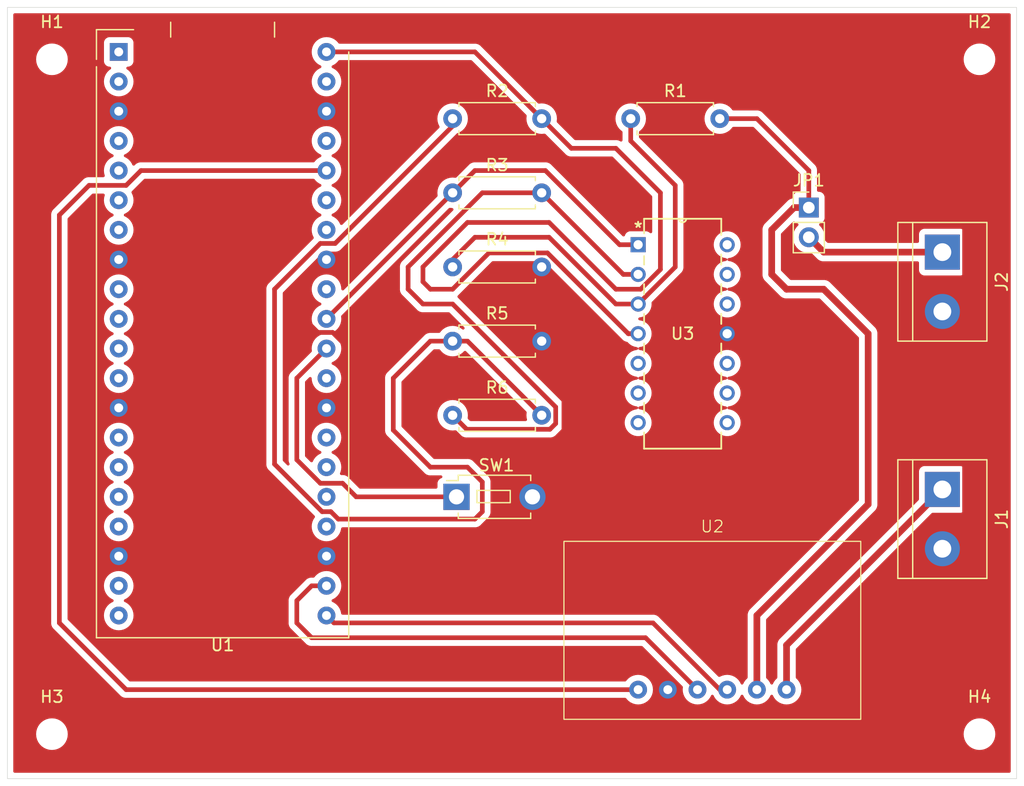
<source format=kicad_pcb>
(kicad_pcb (version 20240108) (generator "pcbnew") (generator_version "8.0")
  (title_block (title "Rpi Pico Wattmeter") (date "2024-02-27") (rev "v2") (company "UNSAAC") (comment 2 "creativecommons.org/licenses/by/4.0/") (comment 3 "License: CC BY 4.0") (comment 4 "Author: Hanan Ronaldo Quispe Condori"))
  (layers (0 "F.Cu" signal) (31 "B.Cu" signal) (34 "B.Paste" user) (35 "F.Paste" user) (36 "B.SilkS" user "B.Silkscreen") (37 "F.SilkS" user "F.Silkscreen") (38 "B.Mask" user) (39 "F.Mask" user) (44 "Edge.Cuts" user))
  (net 0 "")
  (net 1 "/VIN+")
  (net 2 "GND")
  (net 3 "Net-(J2-Pin_1)")
  (net 4 "/VIN-")
  (net 5 "Net-(U3-1IN+)")
  (net 6 "Net-(R2-Pad1)")
  (net 7 "VBUS")
  (net 8 "/GPIO26")
  (net 9 "Net-(U3-1IN-)")
  (net 10 "/RUN")
  (net 27 "/GPIO16")
  (net 28 "/GPIO17")
  (net 37 "+3V3")
  (footprint "ina219:ina219" (layer "F.Cu") (at 160.862943 114.935)
    (property "Reference" "U2" (at 0 -10.16 0) (layer "F.SilkS") (effects (font (thickness 0.1))))
    (property "Value" "LM219")
    (fp_rect (start -12.7 -8.89) (end 12.7 6.35) (stroke (width 0.1)) (fill none) (layer "F.SilkS"))
    (pad "1" thru_hole circle (at -6.35 3.81) (size 1.524 1.524) (drill 0.762) (layers "*.Cu" "*.Mask") (net 37 "+3V3"))
    (pad "2" thru_hole circle (at -3.81 3.81) (size 1.524 1.524) (drill 0.762) (layers "*.Cu" "*.Mask") (net 2 "GND"))
    (pad "3" thru_hole circle (at -1.27 3.81) (size 1.524 1.524) (drill 0.762) (layers "*.Cu" "*.Mask") (net 28 "/GPIO17"))
    (pad "4" thru_hole circle (at 1.27 3.81) (size 1.524 1.524) (drill 0.762) (layers "*.Cu" "*.Mask") (net 27 "/GPIO16"))
    (pad "5" thru_hole circle (at 3.81 3.81) (size 1.524 1.524) (drill 0.762) (layers "*.Cu" "*.Mask") (net 4 "/VIN-"))
    (pad "6" thru_hole circle (at 6.35 3.81) (size 1.524 1.524) (drill 0.762) (layers "*.Cu" "*.Mask") (net 1 "/VIN+"))
  )
  (footprint "MountingHole:MountingHole_2.2mm_M2" (layer "F.Cu") (at 104.347943 64.77)
    (property "Reference" "H1" (at 0 -3.2 0) (layer "F.SilkS"))
    (property "Value" "MountingHole" (hide yes))
    (pad "" np_thru_hole circle (at 0 0) (size 2.2 2.2) (drill 2.2) (layers "*.Cu" "*.Mask"))
  )
  (footprint "Resistor_THT:R_Axial_DIN0207_L6.3mm_D2.5mm_P7.62mm_Horizontal" (layer "F.Cu") (at 153.877943 69.85)
    (property "Reference" "R1" (at 3.81 -2.37 0) (layer "F.SilkS"))
    (property "Value" "2K2")
    (fp_line (start 0.54 -1.37) (end 7.08 -1.37) (stroke (width 0.12)) (layer "F.SilkS"))
    (fp_line (start 0.54 -1.04) (end 0.54 -1.37) (stroke (width 0.12)) (layer "F.SilkS"))
    (fp_line (start 0.54 1.04) (end 0.54 1.37) (stroke (width 0.12)) (layer "F.SilkS"))
    (fp_line (start 0.54 1.37) (end 7.08 1.37) (stroke (width 0.12)) (layer "F.SilkS"))
    (fp_line (start 7.08 -1.37) (end 7.08 -1.04) (stroke (width 0.12)) (layer "F.SilkS"))
    (fp_line (start 7.08 1.37) (end 7.08 1.04) (stroke (width 0.12)) (layer "F.SilkS"))
    (pad "1" thru_hole circle (at 0 0) (size 1.6 1.6) (drill 0.8) (layers "*.Cu" "*.Mask") (net 5 "Net-(U3-1IN+)"))
    (pad "2" thru_hole oval (at 7.62 0) (size 1.6 1.6) (drill 0.8) (layers "*.Cu" "*.Mask") (net 4 "/VIN-"))
  )
  (footprint "Resistor_THT:R_Axial_DIN0207_L6.3mm_D2.5mm_P7.62mm_Horizontal" (layer "F.Cu") (at 138.637943 76.2)
    (property "Reference" "R3" (at 3.81 -2.37 0) (layer "F.SilkS"))
    (property "Value" "27K")
    (fp_line (start 0.54 -1.37) (end 7.08 -1.37) (stroke (width 0.12)) (layer "F.SilkS"))
    (fp_line (start 0.54 -1.04) (end 0.54 -1.37) (stroke (width 0.12)) (layer "F.SilkS"))
    (fp_line (start 0.54 1.04) (end 0.54 1.37) (stroke (width 0.12)) (layer "F.SilkS"))
    (fp_line (start 0.54 1.37) (end 7.08 1.37) (stroke (width 0.12)) (layer "F.SilkS"))
    (fp_line (start 7.08 -1.37) (end 7.08 -1.04) (stroke (width 0.12)) (layer "F.SilkS"))
    (fp_line (start 7.08 1.37) (end 7.08 1.04) (stroke (width 0.12)) (layer "F.SilkS"))
    (pad "1" thru_hole circle (at 0 0) (size 1.6 1.6) (drill 0.8) (layers "*.Cu" "*.Mask") (net 8 "/GPIO26"))
    (pad "2" thru_hole oval (at 7.62 0) (size 1.6 1.6) (drill 0.8) (layers "*.Cu" "*.Mask") (net 9 "Net-(U3-1IN-)"))
  )
  (footprint "MountingHole:MountingHole_2.2mm_M2" (layer "F.Cu") (at 183.722943 64.77)
    (property "Reference" "H2" (at 0 -3.2 0) (layer "F.SilkS"))
    (property "Value" "MountingHole" (hide yes))
    (pad "" np_thru_hole circle (at 0 0) (size 2.2 2.2) (drill 2.2) (layers "*.Cu" "*.Mask"))
  )
  (footprint "TerminalBlock:TerminalBlock_bornier-2_P5.08mm" (layer "F.Cu") (at 180.547943 101.6 -90)
    (property "Reference" "J1" (at 2.54 -5.08 90) (layer "F.SilkS"))
    (property "Value" "Screw_Terminal_01x02")
    (fp_line (start -2.54 3.81) (end 7.62 3.81) (stroke (width 0.12)) (layer "F.SilkS"))
    (fp_line (start 7.62 3.81) (end 7.62 -3.81) (stroke (width 0.12)) (layer "F.SilkS"))
    (fp_line (start 7.62 2.54) (end -2.54 2.54) (stroke (width 0.12)) (layer "F.SilkS"))
    (fp_line (start -2.54 -3.81) (end -2.54 3.81) (stroke (width 0.12)) (layer "F.SilkS"))
    (fp_line (start 7.62 -3.81) (end -2.54 -3.81) (stroke (width 0.12)) (layer "F.SilkS"))
    (pad "1" thru_hole rect (at 0 0 270) (size 3 3) (drill 1.52) (layers "*.Cu" "*.Mask") (net 1 "/VIN+"))
    (pad "2" thru_hole circle (at 5.08 0 270) (size 3 3) (drill 1.52) (layers "*.Cu" "*.Mask") (net 2 "GND"))
  )
  (footprint "RpiPico:raspberrypi-pico-module" (layer "F.Cu") (at 118.952943 88.265)
    (property "Reference" "U1" (at 0 26.67 0) (layer "F.SilkS"))
    (property "Value" "raspberrypi-pico")
    (fp_line (start -10.795 -26.035) (end -10.795 -23.495) (stroke (width 0.12)) (layer "F.SilkS"))
    (fp_line (start -10.795 26.035) (end -10.795 -22.86) (stroke (width 0.12)) (layer "F.SilkS"))
    (fp_line (start -10.795 26.035) (end 10.795 26.035) (stroke (width 0.12)) (layer "F.SilkS"))
    (fp_line (start -7.62 -26.035) (end -10.795 -26.035) (stroke (width 0.12)) (layer "F.SilkS"))
    (fp_line (start -4.445 -25.4) (end -4.445 -26.67) (stroke (width 0.12)) (layer "F.SilkS"))
    (fp_line (start 4.445 -25.4) (end 4.445 -26.67) (stroke (width 0.12)) (layer "F.SilkS"))
    (fp_line (start 10.795 26.035) (end 10.795 -24.13) (stroke (width 0.12)) (layer "F.SilkS"))
    (pad "1" thru_hole rect (at -8.89 -24.13) (size 1.524 1.524) (drill 0.762) (layers "*.Cu" "*.Mask"))
    (pad "2" thru_hole circle (at -8.89 -21.59) (size 1.524 1.524) (drill 0.762) (layers "*.Cu" "*.Mask"))
    (pad "3" thru_hole circle (at -8.89 -19.05) (size 1.524 1.524) (drill 0.762) (layers "*.Cu" "*.Mask") (net 2 "GND"))
    (pad "4" thru_hole circle (at -8.89 -16.51) (size 1.524 1.524) (drill 0.762) (layers "*.Cu" "*.Mask"))
    (pad "5" thru_hole circle (at -8.89 -13.97) (size 1.524 1.524) (drill 0.762) (layers "*.Cu" "*.Mask"))
    (pad "6" thru_hole circle (at -8.89 -11.43) (size 1.524 1.524) (drill 0.762) (layers "*.Cu" "*.Mask"))
    (pad "7" thru_hole circle (at -8.89 -8.89) (size 1.524 1.524) (drill 0.762) (layers "*.Cu" "*.Mask"))
    (pad "8" thru_hole circle (at -8.89 -6.35) (size 1.524 1.524) (drill 0.762) (layers "*.Cu" "*.Mask") (net 2 "GND"))
    (pad "9" thru_hole circle (at -8.89 -3.81) (size 1.524 1.524) (drill 0.762) (layers "*.Cu" "*.Mask"))
    (pad "10" thru_hole circle (at -8.89 -1.27) (size 1.524 1.524) (drill 0.762) (layers "*.Cu" "*.Mask"))
    (pad "11" thru_hole circle (at -8.89 1.27) (size 1.524 1.524) (drill 0.762) (layers "*.Cu" "*.Mask"))
    (pad "12" thru_hole circle (at -8.89 3.81) (size 1.524 1.524) (drill 0.762) (layers "*.Cu" "*.Mask"))
    (pad "13" thru_hole circle (at -8.89 6.35) (size 1.524 1.524) (drill 0.762) (layers "*.Cu" "*.Mask") (net 2 "GND"))
    (pad "14" thru_hole circle (at -8.89 8.89) (size 1.524 1.524) (drill 0.762) (layers "*.Cu" "*.Mask"))
    (pad "15" thru_hole circle (at -8.89 11.43) (size 1.524 1.524) (drill 0.762) (layers "*.Cu" "*.Mask"))
    (pad "16" thru_hole circle (at -8.89 13.97) (size 1.524 1.524) (drill 0.762) (layers "*.Cu" "*.Mask"))
    (pad "17" thru_hole circle (at -8.89 16.51) (size 1.524 1.524) (drill 0.762) (layers "*.Cu" "*.Mask"))
    (pad "18" thru_hole circle (at -8.89 19.05) (size 1.524 1.524) (drill 0.762) (layers "*.Cu" "*.Mask") (net 2 "GND"))
    (pad "19" thru_hole circle (at -8.89 21.59) (size 1.524 1.524) (drill 0.762) (layers "*.Cu" "*.Mask"))
    (pad "20" thru_hole circle (at -8.89 24.13) (size 1.524 1.524) (drill 0.762) (layers "*.Cu" "*.Mask"))
    (pad "21" thru_hole circle (at 8.89 24.13) (size 1.524 1.524) (drill 0.762) (layers "*.Cu" "*.Mask") (net 27 "/GPIO16"))
    (pad "22" thru_hole circle (at 8.89 21.59) (size 1.524 1.524) (drill 0.762) (layers "*.Cu" "*.Mask") (net 28 "/GPIO17"))
    (pad "23" thru_hole circle (at 8.89 19.05) (size 1.524 1.524) (drill 0.762) (layers "*.Cu" "*.Mask") (net 2 "GND"))
    (pad "24" thru_hole circle (at 8.89 16.51) (size 1.524 1.524) (drill 0.762) (layers "*.Cu" "*.Mask"))
    (pad "25" thru_hole circle (at 8.89 13.97) (size 1.524 1.524) (drill 0.762) (layers "*.Cu" "*.Mask"))
    (pad "26" thru_hole circle (at 8.89 11.43) (size 1.524 1.524) (drill 0.762) (layers "*.Cu" "*.Mask"))
    (pad "27" thru_hole circle (at 8.89 8.89) (size 1.524 1.524) (drill 0.762) (layers "*.Cu" "*.Mask"))
    (pad "28" thru_hole circle (at 8.89 6.35) (size 1.524 1.524) (drill 0.762) (layers "*.Cu" "*.Mask") (net 2 "GND"))
    (pad "29" thru_hole circle (at 8.89 3.81) (size 1.524 1.524) (drill 0.762) (layers "*.Cu" "*.Mask"))
    (pad "30" thru_hole circle (at 8.89 1.27) (size 1.524 1.524) (drill 0.762) (layers "*.Cu" "*.Mask") (net 10 "/RUN"))
    (pad "31" thru_hole circle (at 8.89 -1.27) (size 1.524 1.524) (drill 0.762) (layers "*.Cu" "*.Mask") (net 8 "/GPIO26"))
    (pad "32" thru_hole circle (at 8.89 -3.81) (size 1.524 1.524) (drill 0.762) (layers "*.Cu" "*.Mask"))
    (pad "33" thru_hole circle (at 8.89 -6.35) (size 1.524 1.524) (drill 0.762) (layers "*.Cu" "*.Mask") (net 2 "GND"))
    (pad "34" thru_hole circle (at 8.89 -8.89) (size 1.524 1.524) (drill 0.762) (layers "*.Cu" "*.Mask"))
    (pad "35" thru_hole circle (at 8.89 -11.43) (size 1.524 1.524) (drill 0.762) (layers "*.Cu" "*.Mask"))
    (pad "36" thru_hole circle (at 8.89 -13.97) (size 1.524 1.524) (drill 0.762) (layers "*.Cu" "*.Mask") (net 37 "+3V3"))
    (pad "37" thru_hole circle (at 8.89 -16.51) (size 1.524 1.524) (drill 0.762) (layers "*.Cu" "*.Mask"))
    (pad "38" thru_hole circle (at 8.89 -19.05) (size 1.524 1.524) (drill 0.762) (layers "*.Cu" "*.Mask") (net 2 "GND"))
    (pad "39" thru_hole circle (at 8.89 -21.59) (size 1.524 1.524) (drill 0.762) (layers "*.Cu" "*.Mask"))
    (pad "40" thru_hole circle (at 8.89 -24.13) (size 1.524 1.524) (drill 0.762) (layers "*.Cu" "*.Mask") (net 7 "VBUS"))
  )
  (footprint "MountingHole:MountingHole_2.2mm_M2" (layer "F.Cu") (at 183.722943 122.555)
    (property "Reference" "H4" (at 0 -3.2 0) (layer "F.SilkS"))
    (property "Value" "MountingHole" (hide yes))
    (pad "" np_thru_hole circle (at 0 0) (size 2.2 2.2) (drill 2.2) (layers "*.Cu" "*.Mask"))
  )
  (footprint "Resistor_THT:R_Axial_DIN0207_L6.3mm_D2.5mm_P7.62mm_Horizontal" (layer "F.Cu") (at 138.637943 82.55)
    (property "Reference" "R4" (at 3.81 -2.37 0) (layer "F.SilkS"))
    (property "Value" "1K")
    (fp_line (start 0.54 -1.37) (end 7.08 -1.37) (stroke (width 0.12)) (layer "F.SilkS"))
    (fp_line (start 0.54 -1.04) (end 0.54 -1.37) (stroke (width 0.12)) (layer "F.SilkS"))
    (fp_line (start 0.54 1.04) (end 0.54 1.37) (stroke (width 0.12)) (layer "F.SilkS"))
    (fp_line (start 0.54 1.37) (end 7.08 1.37) (stroke (width 0.12)) (layer "F.SilkS"))
    (fp_line (start 7.08 -1.37) (end 7.08 -1.04) (stroke (width 0.12)) (layer "F.SilkS"))
    (fp_line (start 7.08 1.37) (end 7.08 1.04) (stroke (width 0.12)) (layer "F.SilkS"))
    (pad "1" thru_hole circle (at 0 0) (size 1.6 1.6) (drill 0.8) (layers "*.Cu" "*.Mask") (net 5 "Net-(U3-1IN+)"))
    (pad "2" thru_hole oval (at 7.62 0) (size 1.6 1.6) (drill 0.8) (layers "*.Cu" "*.Mask") (net 2 "GND"))
  )
  (footprint "Resistor_THT:R_Axial_DIN0207_L6.3mm_D2.5mm_P7.62mm_Horizontal" (layer "F.Cu") (at 138.637943 88.9)
    (property "Reference" "R5" (at 3.81 -2.37 0) (layer "F.SilkS"))
    (property "Value" "1K5")
    (fp_line (start 0.54 -1.37) (end 7.08 -1.37) (stroke (width 0.12)) (layer "F.SilkS"))
    (fp_line (start 0.54 -1.04) (end 0.54 -1.37) (stroke (width 0.12)) (layer "F.SilkS"))
    (fp_line (start 0.54 1.04) (end 0.54 1.37) (stroke (width 0.12)) (layer "F.SilkS"))
    (fp_line (start 0.54 1.37) (end 7.08 1.37) (stroke (width 0.12)) (layer "F.SilkS"))
    (fp_line (start 7.08 -1.37) (end 7.08 -1.04) (stroke (width 0.12)) (layer "F.SilkS"))
    (fp_line (start 7.08 1.37) (end 7.08 1.04) (stroke (width 0.12)) (layer "F.SilkS"))
    (pad "1" thru_hole circle (at 0 0) (size 1.6 1.6) (drill 0.8) (layers "*.Cu" "*.Mask") (net 6 "Net-(R2-Pad1)"))
    (pad "2" thru_hole oval (at 7.62 0) (size 1.6 1.6) (drill 0.8) (layers "*.Cu" "*.Mask") (net 2 "GND"))
  )
  (footprint "Resistor_THT:R_Axial_DIN0207_L6.3mm_D2.5mm_P7.62mm_Horizontal" (layer "F.Cu") (at 138.637943 95.25)
    (property "Reference" "R6" (at 3.81 -2.37 0) (layer "F.SilkS"))
    (property "Value" "2K")
    (fp_line (start 0.54 -1.37) (end 7.08 -1.37) (stroke (width 0.12)) (layer "F.SilkS"))
    (fp_line (start 0.54 -1.04) (end 0.54 -1.37) (stroke (width 0.12)) (layer "F.SilkS"))
    (fp_line (start 0.54 1.04) (end 0.54 1.37) (stroke (width 0.12)) (layer "F.SilkS"))
    (fp_line (start 0.54 1.37) (end 7.08 1.37) (stroke (width 0.12)) (layer "F.SilkS"))
    (fp_line (start 7.08 -1.37) (end 7.08 -1.04) (stroke (width 0.12)) (layer "F.SilkS"))
    (fp_line (start 7.08 1.37) (end 7.08 1.04) (stroke (width 0.12)) (layer "F.SilkS"))
    (pad "1" thru_hole circle (at 0 0) (size 1.6 1.6) (drill 0.8) (layers "*.Cu" "*.Mask") (net 9 "Net-(U3-1IN-)"))
    (pad "2" thru_hole oval (at 7.62 0) (size 1.6 1.6) (drill 0.8) (layers "*.Cu" "*.Mask") (net 6 "Net-(R2-Pad1)"))
  )
  (footprint "Connector_PinHeader_2.54mm:PinHeader_1x02_P2.54mm_Vertical" (layer "F.Cu") (at 169.117943 77.465)
    (property "Reference" "JP1" (at 0 -2.33 0) (layer "F.SilkS"))
    (property "Value" "Jumper")
    (fp_line (start -1.33 -1.33) (end 0 -1.33) (stroke (width 0.12)) (layer "F.SilkS"))
    (fp_line (start -1.33 0) (end -1.33 -1.33) (stroke (width 0.12)) (layer "F.SilkS"))
    (fp_line (start -1.33 1.27) (end -1.33 3.87) (stroke (width 0.12)) (layer "F.SilkS"))
    (fp_line (start -1.33 1.27) (end 1.33 1.27) (stroke (width 0.12)) (layer "F.SilkS"))
    (fp_line (start -1.33 3.87) (end 1.33 3.87) (stroke (width 0.12)) (layer "F.SilkS"))
    (fp_line (start 1.33 1.27) (end 1.33 3.87) (stroke (width 0.12)) (layer "F.SilkS"))
    (pad "1" thru_hole rect (at 0 0) (size 1.7 1.7) (drill 1) (layers "*.Cu" "*.Mask") (net 4 "/VIN-"))
    (pad "2" thru_hole oval (at 0 2.54) (size 1.7 1.7) (drill 1) (layers "*.Cu" "*.Mask") (net 3 "Net-(J2-Pin_1)"))
  )
  (footprint "LM324:N14" (layer "F.Cu") (at 162.132943 95.885)
    (property "Reference" "U3" (at -3.81 -7.62 0) (layer "F.SilkS"))
    (property "Value" "LM324N")
    (fp_line (start -7.112 -17.4625) (end -7.112 -16.22044) (stroke (width 0.1524)) (layer "F.SilkS"))
    (fp_line (start -7.112 -14.25956) (end -7.112 -13.538569) (stroke (width 0.1524)) (layer "F.SilkS"))
    (fp_line (start -7.112 -11.861431) (end -7.112 -10.998569) (stroke (width 0.1524)) (layer "F.SilkS"))
    (fp_line (start -7.112 -9.321431) (end -7.112 -8.458569) (stroke (width 0.1524)) (layer "F.SilkS"))
    (fp_line (start -7.112 -6.781431) (end -7.112 -5.918569) (stroke (width 0.1524)) (layer "F.SilkS"))
    (fp_line (start -7.112 -4.241431) (end -7.112 -3.378569) (stroke (width 0.1524)) (layer "F.SilkS"))
    (fp_line (start -7.112 -1.701431) (end -7.112 -0.838569) (stroke (width 0.1524)) (layer "F.SilkS"))
    (fp_line (start -7.112 0.838569) (end -7.112 2.2225) (stroke (width 0.1524)) (layer "F.SilkS"))
    (fp_line (start -7.112 2.2225) (end -0.508 2.2225) (stroke (width 0.1524)) (layer "F.SilkS"))
    (fp_line (start -0.508 -17.4625) (end -7.112 -17.4625) (stroke (width 0.1524)) (layer "F.SilkS"))
    (fp_line (start -0.508 -16.078569) (end -0.508 -17.4625) (stroke (width 0.1524)) (layer "F.SilkS"))
    (fp_line (start -0.508 -13.538569) (end -0.508 -14.401431) (stroke (width 0.1524)) (layer "F.SilkS"))
    (fp_line (start -0.508 -10.998569) (end -0.508 -11.861431) (stroke (width 0.1524)) (layer "F.SilkS"))
    (fp_line (start -0.508 -8.458569) (end -0.508 -9.321431) (stroke (width 0.1524)) (layer "F.SilkS"))
    (fp_line (start -0.508 -5.918569) (end -0.508 -6.781431) (stroke (width 0.1524)) (layer "F.SilkS"))
    (fp_line (start -0.508 -3.378569) (end -0.508 -4.241431) (stroke (width 0.1524)) (layer "F.SilkS"))
    (fp_line (start -0.508 -0.838569) (end -0.508 -1.701431) (stroke (width 0.1524)) (layer "F.SilkS"))
    (fp_line (start -0.508 2.2225) (end -0.508 0.838569) (stroke (width 0.1524)) (layer "F.SilkS"))
    (fp_arc (start -3.5052 -17.4625) (mid -3.81 -17.1577) (end -4.1148 -17.4625) (stroke (width 0.1524)) (layer "F.SilkS"))
    (fp_text user "*" (at -7.62 -16.6497 0) (layer "F.SilkS"))
    (fp_text user "*" (at -7.62 -16.6497 0) (layer "F.SilkS"))
    (pad "1" thru_hole rect (at -7.62 -15.24) (size 1.2954 1.2954) (drill 0.7874) (layers "*.Cu" "*.Mask") (net 8 "/GPIO26"))
    (pad "2" thru_hole circle (at -7.62 -12.7) (size 1.2954 1.2954) (drill 0.7874) (layers "*.Cu" "*.Mask") (net 9 "Net-(U3-1IN-)"))
    (pad "3" thru_hole circle (at -7.62 -10.16) (size 1.2954 1.2954) (drill 0.7874) (layers "*.Cu" "*.Mask") (net 5 "Net-(U3-1IN+)"))
    (pad "4" thru_hole circle (at -7.62 -7.62) (size 1.2954 1.2954) (drill 0.7874) (layers "*.Cu" "*.Mask") (net 7 "VBUS"))
    (pad "5" thru_hole circle (at -7.62 -5.08) (size 1.2954 1.2954) (drill 0.7874) (layers "*.Cu" "*.Mask"))
    (pad "6" thru_hole circle (at -7.62 -2.54) (size 1.2954 1.2954) (drill 0.7874) (layers "*.Cu" "*.Mask"))
    (pad "7" thru_hole circle (at -7.62 0) (size 1.2954 1.2954) (drill 0.7874) (layers "*.Cu" "*.Mask"))
    (pad "8" thru_hole circle (at 0 0) (size 1.2954 1.2954) (drill 0.7874) (layers "*.Cu" "*.Mask"))
    (pad "9" thru_hole circle (at 0 -2.54) (size 1.2954 1.2954) (drill 0.7874) (layers "*.Cu" "*.Mask"))
    (pad "10" thru_hole circle (at 0 -5.08) (size 1.2954 1.2954) (drill 0.7874) (layers "*.Cu" "*.Mask"))
    (pad "11" thru_hole circle (at 0 -7.62) (size 1.2954 1.2954) (drill 0.7874) (layers "*.Cu" "*.Mask") (net 2 "GND"))
    (pad "12" thru_hole circle (at 0 -10.16) (size 1.2954 1.2954) (drill 0.7874) (layers "*.Cu" "*.Mask"))
    (pad "13" thru_hole circle (at 0 -12.7) (size 1.2954 1.2954) (drill 0.7874) (layers "*.Cu" "*.Mask"))
    (pad "14" thru_hole circle (at 0 -15.24) (size 1.2954 1.2954) (drill 0.7874) (layers "*.Cu" "*.Mask"))
  )
  (footprint "Resistor_THT:R_Axial_DIN0207_L6.3mm_D2.5mm_P7.62mm_Horizontal" (layer "F.Cu") (at 138.637943 69.85)
    (property "Reference" "R2" (at 3.81 -2.37 0) (layer "F.SilkS"))
    (property "Value" "3K3")
    (fp_line (start 0.54 -1.37) (end 7.08 -1.37) (stroke (width 0.12)) (layer "F.SilkS"))
    (fp_line (start 0.54 -1.04) (end 0.54 -1.37) (stroke (width 0.12)) (layer "F.SilkS"))
    (fp_line (start 0.54 1.04) (end 0.54 1.37) (stroke (width 0.12)) (layer "F.SilkS"))
    (fp_line (start 0.54 1.37) (end 7.08 1.37) (stroke (width 0.12)) (layer "F.SilkS"))
    (fp_line (start 7.08 -1.37) (end 7.08 -1.04) (stroke (width 0.12)) (layer "F.SilkS"))
    (fp_line (start 7.08 1.37) (end 7.08 1.04) (stroke (width 0.12)) (layer "F.SilkS"))
    (pad "1" thru_hole circle (at 0 0) (size 1.6 1.6) (drill 0.8) (layers "*.Cu" "*.Mask") (net 6 "Net-(R2-Pad1)"))
    (pad "2" thru_hole oval (at 7.62 0) (size 1.6 1.6) (drill 0.8) (layers "*.Cu" "*.Mask") (net 7 "VBUS"))
  )
  (footprint "Button_Switch_THT:SW_PUSH_1P1T_6x3.5mm_H5.0_APEM_MJTP1250" (layer "F.Cu") (at 138.967943 102.235)
    (property "Reference" "SW1" (at 3.42 -2.7 0) (layer "F.SilkS"))
    (property "Value" "SW_Push")
    (fp_line (start 0.15 -1.85) (end 0.15 -1.39) (stroke (width 0.12)) (layer "F.SilkS"))
    (fp_line (start 0.15 -1.39) (end -0.85 -1.39) (stroke (width 0.12)) (layer "F.SilkS"))
    (fp_line (start 0.15 1.39) (end 0.15 1.85) (stroke (width 0.12)) (layer "F.SilkS"))
    (fp_line (start 0.15 1.85) (end 6.35 1.85) (stroke (width 0.12)) (layer "F.SilkS"))
    (fp_line (start 6.35 -1.85) (end 0.15 -1.85) (stroke (width 0.12)) (layer "F.SilkS"))
    (fp_line (start 6.35 -1.85) (end 6.35 -1.39) (stroke (width 0.12)) (layer "F.SilkS"))
    (fp_line (start 6.35 1.39) (end 6.35 1.85) (stroke (width 0.12)) (layer "F.SilkS"))
    (fp_rect (start 1.75 -0.55) (end 4.6 0.5) (stroke (width 0.12)) (fill none) (layer "F.SilkS"))
    (pad "1" thru_hole rect (at 0 0 90) (size 2.25 2.25) (drill 1.3) (layers "*.Cu" "*.Mask") (net 10 "/RUN"))
    (pad "2" thru_hole circle (at 6.5 0 90) (size 2.25 2.25) (drill 1.3) (layers "*.Cu" "*.Mask") (net 2 "GND"))
  )
  (footprint "TerminalBlock:TerminalBlock_bornier-2_P5.08mm" (layer "F.Cu") (at 180.547943 81.28 -90)
    (property "Reference" "J2" (at 2.54 -5.08 90) (layer "F.SilkS"))
    (property "Value" "Screw_Terminal_01x02")
    (fp_line (start -2.54 3.81) (end 7.62 3.81) (stroke (width 0.12)) (layer "F.SilkS"))
    (fp_line (start 7.62 3.81) (end 7.62 -3.81) (stroke (width 0.12)) (layer "F.SilkS"))
    (fp_line (start 7.62 2.54) (end -2.54 2.54) (stroke (width 0.12)) (layer "F.SilkS"))
    (fp_line (start -2.54 -3.81) (end -2.54 3.81) (stroke (width 0.12)) (layer "F.SilkS"))
    (fp_line (start 7.62 -3.81) (end -2.54 -3.81) (stroke (width 0.12)) (layer "F.SilkS"))
    (pad "1" thru_hole rect (at 0 0 270) (size 3 3) (drill 1.52) (layers "*.Cu" "*.Mask") (net 3 "Net-(J2-Pin_1)"))
    (pad "2" thru_hole circle (at 5.08 0 270) (size 3 3) (drill 1.52) (layers "*.Cu" "*.Mask") (net 2 "GND"))
  )
  (footprint "MountingHole:MountingHole_2.2mm_M2" (layer "F.Cu") (at 104.347943 122.555)
    (property "Reference" "H3" (at 0 -3.2 0) (layer "F.SilkS"))
    (property "Value" "MountingHole" (hide yes))
    (pad "" np_thru_hole circle (at 0 0) (size 2.2 2.2) (drill 2.2) (layers "*.Cu" "*.Mask"))
  )
  (gr_rect (start 100.537943 60.325) (end 186.897943 126.365) (stroke (width 0.05)) (fill none) (layer "Edge.Cuts"))
  (segment (start 167.212943 118.745) (end 167.212943 114.935) (width 0.57404) (layer "F.Cu") (net 1))
  (segment (start 167.212943 114.935) (end 180.547943 101.6) (width 0.57404) (layer "F.Cu") (net 1))
  (segment (start 122.762943 62.23) (end 115.777943 69.215) (width 0.57404) (layer "F.Cu") (net 2))
  (segment (start 145.467943 102.235) (end 145.467943 105.565) (width 0.4) (layer "F.Cu") (net 2))
  (segment (start 127.842943 94.615) (end 129.747943 92.71) (width 0.4) (layer "F.Cu") (net 2))
  (segment (start 110.062943 81.915) (end 111.967943 83.82) (width 0.4) (layer "F.Cu") (net 2))
  (segment (start 119.587943 107.315) (end 116.412943 110.49) (width 0.4) (layer "F.Cu") (net 2))
  (segment (start 117.047943 116.84) (end 155.147943 116.84) (width 0.4) (layer "F.Cu") (net 2))
  (segment (start 110.062943 107.315) (end 113.237943 107.315) (width 0.4) (layer "F.Cu") (net 2))
  (segment (start 111.967943 92.71) (end 110.062943 94.615) (width 0.4) (layer "F.Cu") (net 2))
  (segment (start 116.412943 116.205) (end 117.047943 116.84) (width 0.4) (layer "F.Cu") (net 2))
  (segment (start 165.942943 62.23) (end 122.762943 62.23) (width 0.57404) (layer "F.Cu") (net 2))
  (segment (start 145.467943 102.235) (end 148.162943 99.54) (width 0.4) (layer "F.Cu") (net 2))
  (segment (start 148.162943 90.805) (end 146.257943 88.9) (width 0.4) (layer "F.Cu") (net 2))
  (segment (start 155.147943 116.84) (end 157.052943 118.745) (width 0.4) (layer "F.Cu") (net 2))
  (segment (start 116.412943 110.49) (end 116.412943 116.205) (width 0.4) (layer "F.Cu") (net 2))
  (segment (start 115.777943 69.215) (end 110.062943 69.215) (width 0.57404) (layer "F.Cu") (net 2))
  (segment (start 156.417943 93.98) (end 156.417943 96.52) (width 0.4) (layer "F.Cu") (net 2))
  (segment (start 110.062943 94.615) (end 111.967943 96.52) (width 0.4) (layer "F.Cu") (net 2))
  (segment (start 125.937943 83.82) (end 127.842943 81.915) (width 0.4) (layer "F.Cu") (net 2))
  (segment (start 127.842943 107.315) (end 119.587943 107.315) (width 0.4) (layer "F.Cu") (net 2))
  (segment (start 127.099943 88.157) (end 125.937943 86.995) (width 0.4) (layer "F.Cu") (net 2))
  (segment (start 113.237943 107.315) (end 116.412943 110.49) (width 0.4) (layer "F.Cu") (net 2))
  (segment (start 143.717943 107.315) (end 127.842943 107.315) (width 0.4) (layer "F.Cu") (net 2))
  (segment (start 182.534963 104.69298) (end 180.547943 106.68) (width 0.57404) (layer "F.Cu") (net 2))
  (segment (start 129.747943 89.535) (end 128.369943 88.157) (width 0.4) (layer "F.Cu") (net 2))
  (segment (start 182.534963 78.82202) (end 165.942943 62.23) (width 0.57404) (layer "F.Cu") (net 2))
  (segment (start 111.332943 70.485) (end 110.062943 69.215) (width 0.4) (layer "F.Cu") (net 2))
  (segment (start 125.937943 86.995) (end 125.937943 83.82) (width 0.4) (layer "F.Cu") (net 2))
  (segment (start 128.369943 88.157) (end 127.099943 88.157) (width 0.4) (layer "F.Cu") (net 2))
  (segment (start 162.132943 88.265) (end 156.417943 93.98) (width 0.4) (layer "F.Cu") (net 2))
  (segment (start 146.257943 88.9) (end 146.257943 82.55) (width 0.4) (layer "F.Cu") (net 2))
  (segment (start 180.547943 86.36) (end 182.534963 88.34702) (width 0.57404) (layer "F.Cu") (net 2))
  (segment (start 145.467943 105.565) (end 143.717943 107.315) (width 0.4) (layer "F.Cu") (net 2))
  (segment (start 182.534963 84.37298) (end 182.534963 78.82202) (width 0.57404) (layer "F.Cu") (net 2))
  (segment (start 118.952943 69.215) (end 117.682943 70.485) (width 0.4) (layer "F.Cu") (net 2))
  (segment (start 182.534963 88.34702) (end 182.534963 104.69298) (width 0.57404) (layer "F.Cu") (net 2))
  (segment (start 111.967943 83.82) (end 111.967943 92.71) (width 0.4) (layer "F.Cu") (net 2))
  (segment (start 111.967943 105.41) (end 110.062943 107.315) (width 0.4) (layer "F.Cu") (net 2))
  (segment (start 127.842943 69.215) (end 118.952943 69.215) (width 0.4) (layer "F.Cu") (net 2))
  (segment (start 180.547943 86.36) (end 182.534963 84.37298) (width 0.57404) (layer "F.Cu") (net 2))
  (segment (start 150.702943 102.235) (end 145.467943 102.235) (width 0.4) (layer "F.Cu") (net 2))
  (segment (start 117.682943 70.485) (end 111.332943 70.485) (width 0.4) (layer "F.Cu") (net 2))
  (segment (start 156.417943 96.52) (end 150.702943 102.235) (width 0.4) (layer "F.Cu") (net 2))
  (segment (start 111.967943 96.52) (end 111.967943 105.41) (width 0.4) (layer "F.Cu") (net 2))
  (segment (start 129.747943 92.71) (end 129.747943 89.535) (width 0.4) (layer "F.Cu") (net 2))
  (segment (start 148.162943 99.54) (end 148.162943 90.805) (width 0.4) (layer "F.Cu") (net 2))
  (segment (start 170.392943 81.28) (end 169.117943 80.005) (width 0.57404) (layer "F.Cu") (net 3))
  (segment (start 180.547943 81.28) (end 170.392943 81.28) (width 0.57404) (layer "F.Cu") (net 3))
  (segment (start 167.212943 84.455) (end 165.942943 83.185) (width 0.57404) (layer "F.Cu") (net 4))
  (segment (start 165.942943 79.375) (end 167.852943 77.465) (width 0.57404) (layer "F.Cu") (net 4))
  (segment (start 164.672943 112.395) (end 174.197943 102.87) (width 0.57404) (layer "F.Cu") (net 4))
  (segment (start 164.672943 69.85) (end 169.117943 74.295) (width 0.4) (layer "F.Cu") (net 4))
  (segment (start 169.117943 74.295) (end 169.117943 77.465) (width 0.4) (layer "F.Cu") (net 4))
  (segment (start 164.672943 118.745) (end 164.672943 112.395) (width 0.57404) (layer "F.Cu") (net 4))
  (segment (start 174.197943 102.87) (end 174.197943 88.265) (width 0.57404) (layer "F.Cu") (net 4))
  (segment (start 170.387943 84.455) (end 167.212943 84.455) (width 0.57404) (layer "F.Cu") (net 4))
  (segment (start 167.852943 77.465) (end 169.117943 77.465) (width 0.57404) (layer "F.Cu") (net 4))
  (segment (start 165.942943 83.185) (end 165.942943 79.375) (width 0.57404) (layer "F.Cu") (net 4))
  (segment (start 161.497943 69.85) (end 164.672943 69.85) (width 0.4) (layer "F.Cu") (net 4))
  (segment (start 174.197943 88.265) (end 170.387943 84.455) (width 0.57404) (layer "F.Cu") (net 4))
  (segment (start 138.637943 81.915) (end 138.637943 82.55) (width 0.4) (layer "F.Cu") (net 5))
  (segment (start 140.542943 80.01) (end 138.637943 81.915) (width 0.4) (layer "F.Cu") (net 5))
  (segment (start 154.512943 85.725) (end 152.607943 85.725) (width 0.4) (layer "F.Cu") (net 5))
  (segment (start 157.687943 75.565) (end 157.687943 82.55) (width 0.4) (layer "F.Cu") (net 5))
  (segment (start 153.877943 69.85) (end 153.877943 71.755) (width 0.4) (layer "F.Cu") (net 5))
  (segment (start 152.607943 85.725) (end 146.892943 80.01) (width 0.4) (layer "F.Cu") (net 5))
  (segment (start 153.877943 71.755) (end 157.687943 75.565) (width 0.4) (layer "F.Cu") (net 5))
  (segment (start 146.892943 80.01) (end 140.542943 80.01) (width 0.4) (layer "F.Cu") (net 5))
  (segment (start 157.687943 82.55) (end 154.512943 85.725) (width 0.4) (layer "F.Cu") (net 5))
  (segment (start 139.907943 88.9) (end 138.637943 88.9) (width 0.4) (layer "F.Cu") (net 6))
  (segment (start 139.907943 99.695) (end 141.177943 100.965) (width 0.4) (layer "F.Cu") (net 6))
  (segment (start 127.315943 80.537) (end 128.585943 80.537) (width 0.4) (layer "F.Cu") (net 6))
  (segment (start 123.397943 99.433317) (end 123.397943 84.455) (width 0.4) (layer "F.Cu") (net 6))
  (segment (start 138.637943 70.485) (end 138.637943 69.85) (width 0.4) (layer "F.Cu") (net 6))
  (segment (start 136.732943 99.695) (end 139.907943 99.695) (width 0.4) (layer "F.Cu") (net 6))
  (segment (start 146.257943 95.25) (end 139.907943 88.9) (width 0.4) (layer "F.Cu") (net 6))
  (segment (start 128.85126 104.14) (end 128.21626 103.505) (width 0.4) (layer "F.Cu") (net 6))
  (segment (start 133.557943 92.075) (end 133.557943 96.52) (width 0.4) (layer "F.Cu") (net 6))
  (segment (start 123.397943 84.455) (end 127.315943 80.537) (width 0.4) (layer "F.Cu") (net 6))
  (segment (start 138.637943 88.9) (end 136.732943 88.9) (width 0.4) (layer "F.Cu") (net 6))
  (segment (start 136.732943 88.9) (end 133.557943 92.075) (width 0.4) (layer "F.Cu") (net 6))
  (segment (start 127.469626 103.505) (end 123.397943 99.433317) (width 0.4) (layer "F.Cu") (net 6))
  (segment (start 141.177943 103.505) (end 140.542943 104.14) (width 0.4) (layer "F.Cu") (net 6))
  (segment (start 128.21626 103.505) (end 127.469626 103.505) (width 0.4) (layer "F.Cu") (net 6))
  (segment (start 141.177943 100.965) (end 141.177943 103.505) (width 0.4) (layer "F.Cu") (net 6))
  (segment (start 128.585943 80.537) (end 138.637943 70.485) (width 0.4) (layer "F.Cu") (net 6))
  (segment (start 140.542943 104.14) (end 128.85126 104.14) (width 0.4) (layer "F.Cu") (net 6))
  (segment (start 133.557943 96.52) (end 136.732943 99.695) (width 0.4) (layer "F.Cu") (net 6))
  (segment (start 152.607943 84.455) (end 154.724615 84.455) (width 0.4) (layer "F.Cu") (net 7))
  (segment (start 136.097943 83.82) (end 136.097943 82.55) (width 0.4) (layer "F.Cu") (net 7))
  (segment (start 127.842943 64.135) (end 140.542943 64.135) (width 0.4) (layer "F.Cu") (net 7))
  (segment (start 156.417943 76.2) (end 152.607943 72.39) (width 0.4) (layer "F.Cu") (net 7))
  (segment (start 140.542943 64.135) (end 146.257943 69.85) (width 0.4) (layer "F.Cu") (net 7))
  (segment (start 146.892943 78.74) (end 152.607943 84.455) (width 0.4) (layer "F.Cu") (net 7))
  (segment (start 138.637943 84.455) (end 136.732943 84.455) (width 0.4) (layer "F.Cu") (net 7))
  (segment (start 153.67 88.265) (end 146.755 81.35) (width 0.4) (layer "F.Cu") (net 7))
  (segment (start 136.097943 82.55) (end 139.907943 78.74) (width 0.4) (layer "F.Cu") (net 7))
  (segment (start 154.512943 88.265) (end 153.67 88.265) (width 0.4) (layer "F.Cu") (net 7))
  (segment (start 141.742943 81.35) (end 138.637943 84.455) (width 0.4) (layer "F.Cu") (net 7))
  (segment (start 136.732943 84.455) (end 136.097943 83.82) (width 0.4) (layer "F.Cu") (net 7))
  (segment (start 156.417943 82.761672) (end 156.417943 76.2) (width 0.4) (layer "F.Cu") (net 7))
  (segment (start 154.724615 84.455) (end 156.417943 82.761672) (width 0.4) (layer "F.Cu") (net 7))
  (segment (start 148.797943 72.39) (end 146.257943 69.85) (width 0.4) (layer "F.Cu") (net 7))
  (segment (start 139.907943 78.74) (end 146.892943 78.74) (width 0.4) (layer "F.Cu") (net 7))
  (segment (start 152.607943 72.39) (end 148.797943 72.39) (width 0.4) (layer "F.Cu") (net 7))
  (segment (start 146.755 81.35) (end 141.742943 81.35) (width 0.4) (layer "F.Cu") (net 7))
  (segment (start 152.925443 80.645) (end 146.575443 74.295) (width 0.4) (layer "F.Cu") (net 8))
  (segment (start 138.637943 76.2) (end 127.842943 86.995) (width 0.4) (layer "F.Cu") (net 8))
  (segment (start 146.575443 74.295) (end 140.542943 74.295) (width 0.4) (layer "F.Cu") (net 8))
  (segment (start 154.512943 80.645) (end 152.925443 80.645) (width 0.4) (layer "F.Cu") (net 8))
  (segment (start 140.542943 74.295) (end 138.637943 76.2) (width 0.4) (layer "F.Cu") (net 8))
  (segment (start 139.837943 96.45) (end 146.962943 96.45) (width 0.4) (layer "F.Cu") (net 9))
  (segment (start 138.637943 95.25) (end 139.837943 96.45) (width 0.4) (layer "F.Cu") (net 9))
  (segment (start 134.827943 84.455) (end 134.827943 82.55) (width 0.4) (layer "F.Cu") (net 9))
  (segment (start 136.097943 85.725) (end 134.827943 84.455) (width 0.4) (layer "F.Cu") (net 9))
  (segment (start 147.457943 95.955) (end 147.457943 94.545) (width 0.4) (layer "F.Cu") (net 9))
  (segment (start 134.827943 82.55) (end 141.177943 76.2) (width 0.4) (layer "F.Cu") (net 9))
  (segment (start 153.242943 83.185) (end 146.257943 76.2) (width 0.4) (layer "F.Cu") (net 9))
  (segment (start 146.962943 96.45) (end 147.457943 95.955) (width 0.4) (layer "F.Cu") (net 9))
  (segment (start 138.637943 85.725) (end 136.097943 85.725) (width 0.4) (layer "F.Cu") (net 9))
  (segment (start 154.512943 83.185) (end 153.242943 83.185) (width 0.4) (layer "F.Cu") (net 9))
  (segment (start 147.457943 94.545) (end 138.637943 85.725) (width 0.4) (layer "F.Cu") (net 9))
  (segment (start 141.177943 76.2) (end 146.257943 76.2) (width 0.4) (layer "F.Cu") (net 9))
  (segment (start 129.220943 101.073) (end 130.382943 102.235) (width 0.4) (layer "F.Cu") (net 10))
  (segment (start 127.315943 101.073) (end 129.220943 101.073) (width 0.4) (layer "F.Cu") (net 10))
  (segment (start 125.302943 92.075) (end 127.842943 89.535) (width 0.4) (layer "F.Cu") (net 10))
  (segment (start 127.315943 101.073) (end 125.302943 99.06) (width 0.4) (layer "F.Cu") (net 10))
  (segment (start 130.382943 102.235) (end 138.967943 102.235) (width 0.4) (layer "F.Cu") (net 10))
  (segment (start 125.302943 99.06) (end 125.302943 92.075) (width 0.4) (layer "F.Cu") (net 10))
  (segment (start 155.782943 113.03) (end 128.477943 113.03) (width 0.4) (layer "F.Cu") (net 27))
  (segment (start 162.132943 118.745) (end 161.497943 118.745) (width 0.4) (layer "F.Cu") (net 27))
  (segment (start 161.497943 118.745) (end 155.782943 113.03) (width 0.4) (layer "F.Cu") (net 27))
  (segment (start 128.477943 113.03) (end 127.842943 112.395) (width 0.4) (layer "F.Cu") (net 27))
  (segment (start 155.147943 114.3) (end 126.572943 114.3) (width 0.4) (layer "F.Cu") (net 28))
  (segment (start 126.572943 114.3) (end 125.302943 113.03) (width 0.4) (layer "F.Cu") (net 28))
  (segment (start 127.452943 109.465) (end 127.842943 109.855) (width 0.4) (layer "F.Cu") (net 28))
  (segment (start 126.572943 109.855) (end 127.842943 109.855) (width 0.4) (layer "F.Cu") (net 28))
  (segment (start 125.302943 111.125) (end 126.572943 109.855) (width 0.4) (layer "F.Cu") (net 28))
  (segment (start 125.302943 113.03) (end 125.302943 111.125) (width 0.4) (layer "F.Cu") (net 28))
  (segment (start 159.592943 118.745) (end 155.147943 114.3) (width 0.4) (layer "F.Cu") (net 28))
  (segment (start 110.697943 75.565) (end 107.522943 75.565) (width 0.4) (layer "F.Cu") (net 37))
  (segment (start 110.697943 118.745) (end 154.512943 118.745) (width 0.4) (layer "F.Cu") (net 37))
  (segment (start 111.967943 74.295) (end 110.697943 75.565) (width 0.4) (layer "F.Cu") (net 37))
  (segment (start 107.522943 75.565) (end 104.982943 78.105) (width 0.4) (layer "F.Cu") (net 37))
  (segment (start 104.982943 113.03) (end 110.697943 118.745) (width 0.4) (layer "F.Cu") (net 37))
  (segment (start 104.982943 78.105) (end 104.982943 113.03) (width 0.4) (layer "F.Cu") (net 37))
  (segment (start 127.842943 74.295) (end 111.967943 74.295) (width 0.4) (layer "F.Cu") (net 37))
  (zone (net 2) (net_name "GND") (layer "F.Cu") (connect_pads yes (clearance 0.5)) (min_thickness 0.25) (fill yes (thermal_gap 0.5) (thermal_bridge_width 0.5))
    (polygon (pts (xy 99.902943 127) (xy 99.902943 59.69) (xy 187.532943 59.69) (xy 187.532943 127)))
  )
)
</source>
